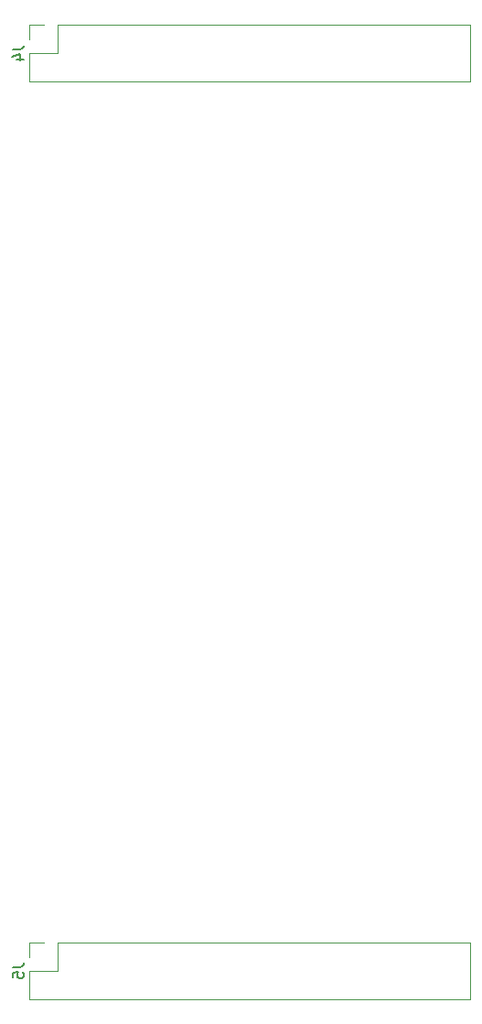
<source format=gbo>
G04 #@! TF.GenerationSoftware,KiCad,Pcbnew,8.0.7*
G04 #@! TF.CreationDate,2024-12-31T17:31:26-05:00*
G04 #@! TF.ProjectId,LauCameraTrigger_MimasA7,4c617543-616d-4657-9261-547269676765,rev?*
G04 #@! TF.SameCoordinates,Original*
G04 #@! TF.FileFunction,Legend,Bot*
G04 #@! TF.FilePolarity,Positive*
%FSLAX46Y46*%
G04 Gerber Fmt 4.6, Leading zero omitted, Abs format (unit mm)*
G04 Created by KiCad (PCBNEW 8.0.7) date 2024-12-31 17:31:26*
%MOMM*%
%LPD*%
G01*
G04 APERTURE LIST*
%ADD10C,0.150000*%
%ADD11C,0.120000*%
G04 APERTURE END LIST*
D10*
X49664819Y-137126666D02*
X50379104Y-137126666D01*
X50379104Y-137126666D02*
X50521961Y-137079047D01*
X50521961Y-137079047D02*
X50617200Y-136983809D01*
X50617200Y-136983809D02*
X50664819Y-136840952D01*
X50664819Y-136840952D02*
X50664819Y-136745714D01*
X49664819Y-138079047D02*
X49664819Y-137602857D01*
X49664819Y-137602857D02*
X50141009Y-137555238D01*
X50141009Y-137555238D02*
X50093390Y-137602857D01*
X50093390Y-137602857D02*
X50045771Y-137698095D01*
X50045771Y-137698095D02*
X50045771Y-137936190D01*
X50045771Y-137936190D02*
X50093390Y-138031428D01*
X50093390Y-138031428D02*
X50141009Y-138079047D01*
X50141009Y-138079047D02*
X50236247Y-138126666D01*
X50236247Y-138126666D02*
X50474342Y-138126666D01*
X50474342Y-138126666D02*
X50569580Y-138079047D01*
X50569580Y-138079047D02*
X50617200Y-138031428D01*
X50617200Y-138031428D02*
X50664819Y-137936190D01*
X50664819Y-137936190D02*
X50664819Y-137698095D01*
X50664819Y-137698095D02*
X50617200Y-137602857D01*
X50617200Y-137602857D02*
X50569580Y-137555238D01*
X49664819Y-52206666D02*
X50379104Y-52206666D01*
X50379104Y-52206666D02*
X50521961Y-52159047D01*
X50521961Y-52159047D02*
X50617200Y-52063809D01*
X50617200Y-52063809D02*
X50664819Y-51920952D01*
X50664819Y-51920952D02*
X50664819Y-51825714D01*
X49998152Y-53111428D02*
X50664819Y-53111428D01*
X49617200Y-52873333D02*
X50331485Y-52635238D01*
X50331485Y-52635238D02*
X50331485Y-53254285D01*
D11*
X51210000Y-136190000D02*
X51210000Y-134860000D01*
X51210000Y-134860000D02*
X52540000Y-134860000D01*
X91970000Y-134860000D02*
X53810000Y-134860000D01*
X53810000Y-137460000D02*
X53810000Y-134860000D01*
X91970000Y-140060000D02*
X91970000Y-134860000D01*
X51210000Y-140060000D02*
X51210000Y-137460000D01*
X51210000Y-137460000D02*
X53810000Y-137460000D01*
X91970000Y-140060000D02*
X51210000Y-140060000D01*
X51210000Y-51270000D02*
X51210000Y-49940000D01*
X51210000Y-49940000D02*
X52540000Y-49940000D01*
X91970000Y-49940000D02*
X53810000Y-49940000D01*
X53810000Y-52540000D02*
X53810000Y-49940000D01*
X91970000Y-55140000D02*
X91970000Y-49940000D01*
X51210000Y-55140000D02*
X51210000Y-52540000D01*
X51210000Y-52540000D02*
X53810000Y-52540000D01*
X91970000Y-55140000D02*
X51210000Y-55140000D01*
M02*

</source>
